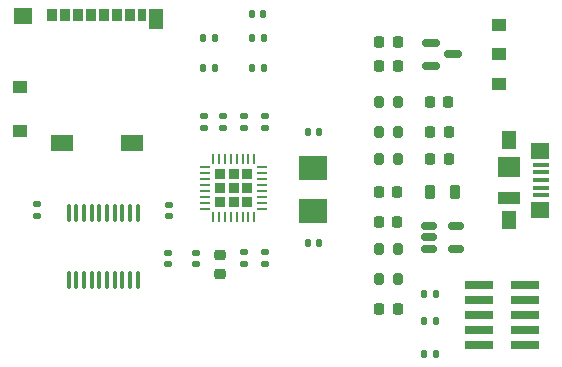
<source format=gbr>
%TF.GenerationSoftware,KiCad,Pcbnew,7.0.5*%
%TF.CreationDate,2023-10-10T15:43:22+02:00*%
%TF.ProjectId,sharp-ce140f-emul_v2,73686172-702d-4636-9531-3430662d656d,rev?*%
%TF.SameCoordinates,Original*%
%TF.FileFunction,Paste,Top*%
%TF.FilePolarity,Positive*%
%FSLAX46Y46*%
G04 Gerber Fmt 4.6, Leading zero omitted, Abs format (unit mm)*
G04 Created by KiCad (PCBNEW 7.0.5) date 2023-10-10 15:43:22*
%MOMM*%
%LPD*%
G01*
G04 APERTURE LIST*
G04 Aperture macros list*
%AMRoundRect*
0 Rectangle with rounded corners*
0 $1 Rounding radius*
0 $2 $3 $4 $5 $6 $7 $8 $9 X,Y pos of 4 corners*
0 Add a 4 corners polygon primitive as box body*
4,1,4,$2,$3,$4,$5,$6,$7,$8,$9,$2,$3,0*
0 Add four circle primitives for the rounded corners*
1,1,$1+$1,$2,$3*
1,1,$1+$1,$4,$5*
1,1,$1+$1,$6,$7*
1,1,$1+$1,$8,$9*
0 Add four rect primitives between the rounded corners*
20,1,$1+$1,$2,$3,$4,$5,0*
20,1,$1+$1,$4,$5,$6,$7,0*
20,1,$1+$1,$6,$7,$8,$9,0*
20,1,$1+$1,$8,$9,$2,$3,0*%
G04 Aperture macros list end*
%ADD10RoundRect,0.225000X-0.250000X0.225000X-0.250000X-0.225000X0.250000X-0.225000X0.250000X0.225000X0*%
%ADD11RoundRect,0.140000X-0.140000X-0.170000X0.140000X-0.170000X0.140000X0.170000X-0.140000X0.170000X0*%
%ADD12RoundRect,0.140000X0.170000X-0.140000X0.170000X0.140000X-0.170000X0.140000X-0.170000X-0.140000X0*%
%ADD13RoundRect,0.140000X-0.170000X0.140000X-0.170000X-0.140000X0.170000X-0.140000X0.170000X0.140000X0*%
%ADD14RoundRect,0.225000X-0.225000X-0.250000X0.225000X-0.250000X0.225000X0.250000X-0.225000X0.250000X0*%
%ADD15RoundRect,0.218750X0.218750X0.256250X-0.218750X0.256250X-0.218750X-0.256250X0.218750X-0.256250X0*%
%ADD16RoundRect,0.218750X-0.218750X-0.256250X0.218750X-0.256250X0.218750X0.256250X-0.218750X0.256250X0*%
%ADD17RoundRect,0.218750X-0.218750X-0.381250X0.218750X-0.381250X0.218750X0.381250X-0.218750X0.381250X0*%
%ADD18RoundRect,0.147500X-0.172500X0.147500X-0.172500X-0.147500X0.172500X-0.147500X0.172500X0.147500X0*%
%ADD19RoundRect,0.135000X-0.185000X0.135000X-0.185000X-0.135000X0.185000X-0.135000X0.185000X0.135000X0*%
%ADD20RoundRect,0.200000X0.200000X0.275000X-0.200000X0.275000X-0.200000X-0.275000X0.200000X-0.275000X0*%
%ADD21RoundRect,0.100000X-0.100000X0.637500X-0.100000X-0.637500X0.100000X-0.637500X0.100000X0.637500X0*%
%ADD22R,2.400000X2.000000*%
%ADD23R,1.380000X0.450000*%
%ADD24R,1.300000X1.650000*%
%ADD25R,1.550000X1.425000*%
%ADD26R,1.900000X1.800000*%
%ADD27R,1.900000X1.000000*%
%ADD28RoundRect,0.135000X-0.135000X-0.185000X0.135000X-0.185000X0.135000X0.185000X-0.135000X0.185000X0*%
%ADD29RoundRect,0.135000X0.135000X0.185000X-0.135000X0.185000X-0.135000X-0.185000X0.135000X-0.185000X0*%
%ADD30RoundRect,0.150000X-0.587500X-0.150000X0.587500X-0.150000X0.587500X0.150000X-0.587500X0.150000X0*%
%ADD31R,1.200000X1.000000*%
%ADD32RoundRect,0.200000X-0.200000X-0.275000X0.200000X-0.275000X0.200000X0.275000X-0.200000X0.275000X0*%
%ADD33RoundRect,0.232500X-0.232500X0.232500X-0.232500X-0.232500X0.232500X-0.232500X0.232500X0.232500X0*%
%ADD34RoundRect,0.062500X-0.062500X0.375000X-0.062500X-0.375000X0.062500X-0.375000X0.062500X0.375000X0*%
%ADD35RoundRect,0.062500X-0.375000X0.062500X-0.375000X-0.062500X0.375000X-0.062500X0.375000X0.062500X0*%
%ADD36R,0.850000X1.100000*%
%ADD37R,0.750000X1.100000*%
%ADD38R,1.170000X1.800000*%
%ADD39R,1.900000X1.350000*%
%ADD40R,1.550000X1.350000*%
%ADD41R,2.400000X0.740000*%
%ADD42RoundRect,0.150000X-0.512500X-0.150000X0.512500X-0.150000X0.512500X0.150000X-0.512500X0.150000X0*%
G04 APERTURE END LIST*
D10*
%TO.C,C1*%
X156210000Y-110731000D03*
X156210000Y-112281000D03*
%TD*%
D11*
%TO.C,C2*%
X163604000Y-109728000D03*
X164564000Y-109728000D03*
%TD*%
D12*
%TO.C,C3*%
X159998000Y-99928000D03*
X159998000Y-98968000D03*
%TD*%
%TO.C,C4*%
X151892000Y-107414000D03*
X151892000Y-106454000D03*
%TD*%
D13*
%TO.C,C5*%
X154178000Y-110518000D03*
X154178000Y-111478000D03*
%TD*%
D11*
%TO.C,C6*%
X163604000Y-100330000D03*
X164564000Y-100330000D03*
%TD*%
D13*
%TO.C,C7*%
X151780000Y-110518000D03*
X151780000Y-111478000D03*
%TD*%
D14*
%TO.C,C10*%
X169684500Y-94728000D03*
X171234500Y-94728000D03*
%TD*%
%TO.C,C11*%
X169659000Y-107936000D03*
X171209000Y-107936000D03*
%TD*%
D15*
%TO.C,D1*%
X171221500Y-115302000D03*
X169646500Y-115302000D03*
%TD*%
D16*
%TO.C,D2*%
X173964500Y-102602000D03*
X175539500Y-102602000D03*
%TD*%
D17*
%TO.C,FB1*%
X173943500Y-105396000D03*
X176068500Y-105396000D03*
%TD*%
D18*
%TO.C,L1*%
X154806000Y-98963000D03*
X154806000Y-99933000D03*
%TD*%
D19*
%TO.C,R1*%
X160020000Y-110488000D03*
X160020000Y-111508000D03*
%TD*%
%TO.C,R2*%
X140718000Y-106424000D03*
X140718000Y-107444000D03*
%TD*%
D20*
%TO.C,R3*%
X171259000Y-112762000D03*
X169609000Y-112762000D03*
%TD*%
D21*
%TO.C,U1*%
X149229000Y-107119500D03*
X148579000Y-107119500D03*
X147929000Y-107119500D03*
X147279000Y-107119500D03*
X146629000Y-107119500D03*
X145979000Y-107119500D03*
X145329000Y-107119500D03*
X144679000Y-107119500D03*
X144029000Y-107119500D03*
X143379000Y-107119500D03*
X143379000Y-112844500D03*
X144029000Y-112844500D03*
X144679000Y-112844500D03*
X145329000Y-112844500D03*
X145979000Y-112844500D03*
X146629000Y-112844500D03*
X147279000Y-112844500D03*
X147929000Y-112844500D03*
X148579000Y-112844500D03*
X149229000Y-112844500D03*
%TD*%
D22*
%TO.C,Y1*%
X164084000Y-107006000D03*
X164084000Y-103306000D03*
%TD*%
D19*
%TO.C,R4*%
X158242000Y-110488000D03*
X158242000Y-111508000D03*
%TD*%
D23*
%TO.C,J3*%
X183324000Y-103066000D03*
X183324000Y-103716000D03*
X183324000Y-104366000D03*
X183324000Y-105016000D03*
X183324000Y-105666000D03*
D24*
X180664000Y-100991000D03*
D25*
X183239000Y-106853500D03*
D26*
X180664000Y-103216000D03*
D27*
X180664000Y-105916000D03*
D25*
X183239000Y-101878500D03*
D24*
X180664000Y-107741000D03*
%TD*%
D28*
%TO.C,R16*%
X173480000Y-119126000D03*
X174500000Y-119126000D03*
%TD*%
D20*
%TO.C,R7*%
X171259000Y-100316000D03*
X169609000Y-100316000D03*
%TD*%
D11*
%TO.C,C13*%
X158898000Y-90304000D03*
X159858000Y-90304000D03*
%TD*%
D29*
%TO.C,R9*%
X155798000Y-92336000D03*
X154778000Y-92336000D03*
%TD*%
D12*
%TO.C,C8*%
X158220000Y-99928000D03*
X158220000Y-98968000D03*
%TD*%
D14*
%TO.C,C14*%
X169646000Y-105396000D03*
X171196000Y-105396000D03*
%TD*%
D29*
%TO.C,R10*%
X159888000Y-94876000D03*
X158868000Y-94876000D03*
%TD*%
D30*
%TO.C,U5*%
X174068500Y-92776000D03*
X174068500Y-94676000D03*
X175943500Y-93726000D03*
%TD*%
D31*
%TO.C,SW1*%
X179814000Y-96212000D03*
X179814000Y-93712000D03*
X179814000Y-91212000D03*
%TD*%
D15*
%TO.C,D3*%
X175539500Y-100316000D03*
X173964500Y-100316000D03*
%TD*%
D28*
%TO.C,R13*%
X173480000Y-116332000D03*
X174500000Y-116332000D03*
%TD*%
D29*
%TO.C,R8*%
X155796000Y-94876000D03*
X154776000Y-94876000D03*
%TD*%
D28*
%TO.C,R15*%
X173480000Y-114046000D03*
X174500000Y-114046000D03*
%TD*%
D32*
%TO.C,R12*%
X169609000Y-97776000D03*
X171259000Y-97776000D03*
%TD*%
D33*
%TO.C,U2*%
X156196000Y-106186000D03*
X157346000Y-105036000D03*
X158496000Y-105036000D03*
X156196000Y-105036000D03*
X157346000Y-106186000D03*
X156196000Y-103886000D03*
X157346000Y-103886000D03*
X158496000Y-103886000D03*
X158496000Y-106186000D03*
D34*
X159096000Y-102598500D03*
X158596000Y-102598500D03*
X158096000Y-102598500D03*
X157596000Y-102598500D03*
X157096000Y-102598500D03*
X156596000Y-102598500D03*
X156096000Y-102598500D03*
X155596000Y-102598500D03*
D35*
X154908500Y-103286000D03*
X154908500Y-103786000D03*
X154908500Y-104286000D03*
X154908500Y-104786000D03*
X154908500Y-105286000D03*
X154908500Y-105786000D03*
X154908500Y-106286000D03*
X154908500Y-106786000D03*
D34*
X155596000Y-107473500D03*
X156096000Y-107473500D03*
X156596000Y-107473500D03*
X157096000Y-107473500D03*
X157596000Y-107473500D03*
X158096000Y-107473500D03*
X158596000Y-107473500D03*
X159096000Y-107473500D03*
D35*
X159783500Y-106786000D03*
X159783500Y-106286000D03*
X159783500Y-105786000D03*
X159783500Y-105286000D03*
X159783500Y-104786000D03*
X159783500Y-104286000D03*
X159783500Y-103786000D03*
X159783500Y-103286000D03*
%TD*%
D16*
%TO.C,D4*%
X169646500Y-92696000D03*
X171221500Y-92696000D03*
%TD*%
D14*
%TO.C,C12*%
X173977000Y-97776000D03*
X175527000Y-97776000D03*
%TD*%
D36*
%TO.C,J4*%
X141929000Y-90371500D03*
X143029000Y-90371500D03*
X144129000Y-90371500D03*
X145229000Y-90371500D03*
X146329000Y-90371500D03*
X147429000Y-90371500D03*
X148529000Y-90371500D03*
D37*
X149579000Y-90371500D03*
D31*
X139294000Y-96521500D03*
X139294000Y-100221500D03*
D38*
X150789000Y-90721500D03*
D39*
X148764000Y-101196500D03*
D40*
X139469000Y-90496500D03*
D39*
X142794000Y-101196500D03*
%TD*%
D32*
%TO.C,R5*%
X169609000Y-110236000D03*
X171259000Y-110236000D03*
%TD*%
D29*
%TO.C,R11*%
X159886000Y-92336000D03*
X158866000Y-92336000D03*
%TD*%
D41*
%TO.C,J6*%
X178136000Y-113270000D03*
X182036000Y-113270000D03*
X178136000Y-114540000D03*
X182036000Y-114540000D03*
X178136000Y-115810000D03*
X182036000Y-115810000D03*
X178136000Y-117080000D03*
X182036000Y-117080000D03*
X178136000Y-118350000D03*
X182036000Y-118350000D03*
%TD*%
D12*
%TO.C,C9*%
X156442000Y-99928000D03*
X156442000Y-98968000D03*
%TD*%
D20*
%TO.C,R6*%
X171259000Y-102602000D03*
X169609000Y-102602000D03*
%TD*%
D42*
%TO.C,U4*%
X173868500Y-108270000D03*
X173868500Y-109220000D03*
X173868500Y-110170000D03*
X176143500Y-110170000D03*
X176143500Y-108270000D03*
%TD*%
M02*

</source>
